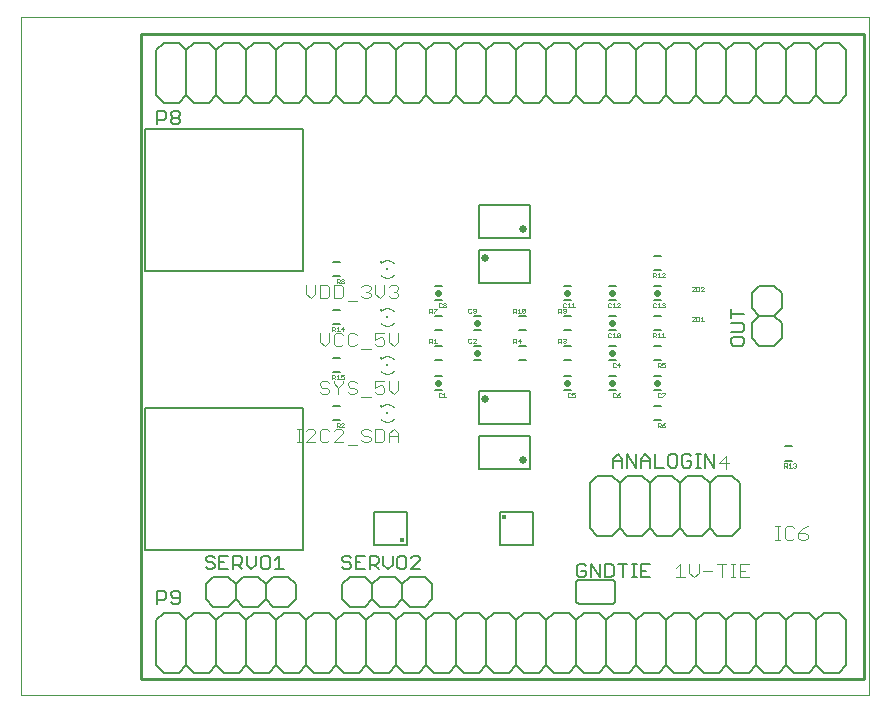
<source format=gto>
G75*
%MOIN*%
%OFA0B0*%
%FSLAX25Y25*%
%IPPOS*%
%LPD*%
%AMOC8*
5,1,8,0,0,1.08239X$1,22.5*
%
%ADD10C,0.00000*%
%ADD11C,0.01000*%
%ADD12C,0.00400*%
%ADD13C,0.00600*%
%ADD14C,0.00100*%
%ADD15C,0.02200*%
%ADD16C,0.00800*%
%ADD17C,0.02559*%
%ADD18C,0.00500*%
%ADD19R,0.03937X0.00394*%
%ADD20C,0.01575*%
%ADD21R,0.00787X0.00787*%
%ADD22R,0.00591X0.00984*%
D10*
X0001000Y0003300D02*
X0001000Y0229261D01*
X0283701Y0229261D01*
X0283701Y0003300D01*
X0001000Y0003300D01*
D11*
X0041000Y0008800D02*
X0041000Y0223800D01*
X0282000Y0223800D01*
X0282000Y0008800D01*
X0041000Y0008800D01*
D12*
X0109784Y0086733D02*
X0112854Y0086733D01*
X0114388Y0088267D02*
X0115155Y0087500D01*
X0116690Y0087500D01*
X0117457Y0088267D01*
X0117457Y0089035D01*
X0116690Y0089802D01*
X0115155Y0089802D01*
X0114388Y0090569D01*
X0114388Y0091337D01*
X0115155Y0092104D01*
X0116690Y0092104D01*
X0117457Y0091337D01*
X0118992Y0092104D02*
X0118992Y0087500D01*
X0121294Y0087500D01*
X0122061Y0088267D01*
X0122061Y0091337D01*
X0121294Y0092104D01*
X0118992Y0092104D01*
X0123596Y0090569D02*
X0123596Y0087500D01*
X0123596Y0089802D02*
X0126665Y0089802D01*
X0126665Y0090569D02*
X0126665Y0087500D01*
X0126665Y0090569D02*
X0125131Y0092104D01*
X0123596Y0090569D01*
X0125165Y0095332D02*
X0125092Y0095255D01*
X0125017Y0095180D01*
X0124939Y0095109D01*
X0124858Y0095040D01*
X0124775Y0094974D01*
X0124690Y0094911D01*
X0124602Y0094852D01*
X0124513Y0094795D01*
X0124421Y0094742D01*
X0124327Y0094692D01*
X0124232Y0094646D01*
X0124135Y0094603D01*
X0124037Y0094564D01*
X0123937Y0094528D01*
X0123836Y0094496D01*
X0123734Y0094468D01*
X0123631Y0094443D01*
X0123527Y0094422D01*
X0123422Y0094405D01*
X0123317Y0094391D01*
X0123212Y0094382D01*
X0123106Y0094376D01*
X0123000Y0094374D01*
X0122894Y0094376D01*
X0122788Y0094382D01*
X0122683Y0094391D01*
X0122578Y0094405D01*
X0122473Y0094422D01*
X0122369Y0094443D01*
X0122266Y0094468D01*
X0122164Y0094496D01*
X0122063Y0094528D01*
X0121963Y0094564D01*
X0121865Y0094603D01*
X0121768Y0094646D01*
X0121673Y0094692D01*
X0121579Y0094742D01*
X0121487Y0094795D01*
X0121398Y0094852D01*
X0121310Y0094911D01*
X0121225Y0094974D01*
X0121142Y0095040D01*
X0121061Y0095109D01*
X0120983Y0095180D01*
X0120908Y0095255D01*
X0120835Y0095332D01*
X0120835Y0099268D02*
X0120908Y0099345D01*
X0120983Y0099420D01*
X0121061Y0099491D01*
X0121142Y0099560D01*
X0121225Y0099626D01*
X0121310Y0099689D01*
X0121398Y0099748D01*
X0121487Y0099805D01*
X0121579Y0099858D01*
X0121673Y0099908D01*
X0121768Y0099954D01*
X0121865Y0099997D01*
X0121963Y0100036D01*
X0122063Y0100072D01*
X0122164Y0100104D01*
X0122266Y0100132D01*
X0122369Y0100157D01*
X0122473Y0100178D01*
X0122578Y0100195D01*
X0122683Y0100209D01*
X0122788Y0100218D01*
X0122894Y0100224D01*
X0123000Y0100226D01*
X0123106Y0100224D01*
X0123212Y0100218D01*
X0123317Y0100209D01*
X0123422Y0100195D01*
X0123527Y0100178D01*
X0123631Y0100157D01*
X0123734Y0100132D01*
X0123836Y0100104D01*
X0123937Y0100072D01*
X0124037Y0100036D01*
X0124135Y0099997D01*
X0124232Y0099954D01*
X0124327Y0099908D01*
X0124421Y0099858D01*
X0124513Y0099805D01*
X0124602Y0099748D01*
X0124690Y0099689D01*
X0124775Y0099626D01*
X0124858Y0099560D01*
X0124939Y0099491D01*
X0125017Y0099420D01*
X0125092Y0099345D01*
X0125165Y0099268D01*
X0125131Y0103500D02*
X0126665Y0105035D01*
X0126665Y0108104D01*
X0123596Y0108104D02*
X0123596Y0105035D01*
X0125131Y0103500D01*
X0122061Y0104267D02*
X0121294Y0103500D01*
X0119759Y0103500D01*
X0118992Y0104267D01*
X0118992Y0105802D02*
X0120527Y0106569D01*
X0121294Y0106569D01*
X0122061Y0105802D01*
X0122061Y0104267D01*
X0118992Y0105802D02*
X0118992Y0108104D01*
X0122061Y0108104D01*
X0117457Y0102733D02*
X0114388Y0102733D01*
X0112854Y0104267D02*
X0112086Y0103500D01*
X0110552Y0103500D01*
X0109784Y0104267D01*
X0110552Y0105802D02*
X0112086Y0105802D01*
X0112854Y0105035D01*
X0112854Y0104267D01*
X0110552Y0105802D02*
X0109784Y0106569D01*
X0109784Y0107337D01*
X0110552Y0108104D01*
X0112086Y0108104D01*
X0112854Y0107337D01*
X0108250Y0107337D02*
X0106715Y0105802D01*
X0106715Y0103500D01*
X0106715Y0105802D02*
X0105180Y0107337D01*
X0105180Y0108104D01*
X0103646Y0107337D02*
X0102878Y0108104D01*
X0101344Y0108104D01*
X0100576Y0107337D01*
X0100576Y0106569D01*
X0101344Y0105802D01*
X0102878Y0105802D01*
X0103646Y0105035D01*
X0103646Y0104267D01*
X0102878Y0103500D01*
X0101344Y0103500D01*
X0100576Y0104267D01*
X0108250Y0107337D02*
X0108250Y0108104D01*
X0107482Y0119500D02*
X0108250Y0120267D01*
X0107482Y0119500D02*
X0105948Y0119500D01*
X0105180Y0120267D01*
X0105180Y0123337D01*
X0105948Y0124104D01*
X0107482Y0124104D01*
X0108250Y0123337D01*
X0109784Y0123337D02*
X0109784Y0120267D01*
X0110552Y0119500D01*
X0112086Y0119500D01*
X0112854Y0120267D01*
X0114388Y0118733D02*
X0117457Y0118733D01*
X0118992Y0120267D02*
X0119759Y0119500D01*
X0121294Y0119500D01*
X0122061Y0120267D01*
X0122061Y0121802D01*
X0121294Y0122569D01*
X0120527Y0122569D01*
X0118992Y0121802D01*
X0118992Y0124104D01*
X0122061Y0124104D01*
X0123596Y0124104D02*
X0123596Y0121035D01*
X0125131Y0119500D01*
X0126665Y0121035D01*
X0126665Y0124104D01*
X0125165Y0127332D02*
X0125092Y0127255D01*
X0125017Y0127180D01*
X0124939Y0127109D01*
X0124858Y0127040D01*
X0124775Y0126974D01*
X0124690Y0126911D01*
X0124602Y0126852D01*
X0124513Y0126795D01*
X0124421Y0126742D01*
X0124327Y0126692D01*
X0124232Y0126646D01*
X0124135Y0126603D01*
X0124037Y0126564D01*
X0123937Y0126528D01*
X0123836Y0126496D01*
X0123734Y0126468D01*
X0123631Y0126443D01*
X0123527Y0126422D01*
X0123422Y0126405D01*
X0123317Y0126391D01*
X0123212Y0126382D01*
X0123106Y0126376D01*
X0123000Y0126374D01*
X0122894Y0126376D01*
X0122788Y0126382D01*
X0122683Y0126391D01*
X0122578Y0126405D01*
X0122473Y0126422D01*
X0122369Y0126443D01*
X0122266Y0126468D01*
X0122164Y0126496D01*
X0122063Y0126528D01*
X0121963Y0126564D01*
X0121865Y0126603D01*
X0121768Y0126646D01*
X0121673Y0126692D01*
X0121579Y0126742D01*
X0121487Y0126795D01*
X0121398Y0126852D01*
X0121310Y0126911D01*
X0121225Y0126974D01*
X0121142Y0127040D01*
X0121061Y0127109D01*
X0120983Y0127180D01*
X0120908Y0127255D01*
X0120835Y0127332D01*
X0120835Y0131268D02*
X0120908Y0131345D01*
X0120983Y0131420D01*
X0121061Y0131491D01*
X0121142Y0131560D01*
X0121225Y0131626D01*
X0121310Y0131689D01*
X0121398Y0131748D01*
X0121487Y0131805D01*
X0121579Y0131858D01*
X0121673Y0131908D01*
X0121768Y0131954D01*
X0121865Y0131997D01*
X0121963Y0132036D01*
X0122063Y0132072D01*
X0122164Y0132104D01*
X0122266Y0132132D01*
X0122369Y0132157D01*
X0122473Y0132178D01*
X0122578Y0132195D01*
X0122683Y0132209D01*
X0122788Y0132218D01*
X0122894Y0132224D01*
X0123000Y0132226D01*
X0123106Y0132224D01*
X0123212Y0132218D01*
X0123317Y0132209D01*
X0123422Y0132195D01*
X0123527Y0132178D01*
X0123631Y0132157D01*
X0123734Y0132132D01*
X0123836Y0132104D01*
X0123937Y0132072D01*
X0124037Y0132036D01*
X0124135Y0131997D01*
X0124232Y0131954D01*
X0124327Y0131908D01*
X0124421Y0131858D01*
X0124513Y0131805D01*
X0124602Y0131748D01*
X0124690Y0131689D01*
X0124775Y0131626D01*
X0124858Y0131560D01*
X0124939Y0131491D01*
X0125017Y0131420D01*
X0125092Y0131345D01*
X0125165Y0131268D01*
X0125898Y0135500D02*
X0124363Y0135500D01*
X0123596Y0136267D01*
X0122061Y0137035D02*
X0120527Y0135500D01*
X0118992Y0137035D01*
X0118992Y0140104D01*
X0117457Y0139337D02*
X0117457Y0138569D01*
X0116690Y0137802D01*
X0117457Y0137035D01*
X0117457Y0136267D01*
X0116690Y0135500D01*
X0115155Y0135500D01*
X0114388Y0136267D01*
X0112854Y0134733D02*
X0109784Y0134733D01*
X0108250Y0136267D02*
X0108250Y0139337D01*
X0107482Y0140104D01*
X0105180Y0140104D01*
X0105180Y0135500D01*
X0107482Y0135500D01*
X0108250Y0136267D01*
X0103646Y0136267D02*
X0102878Y0135500D01*
X0100576Y0135500D01*
X0100576Y0140104D01*
X0102878Y0140104D01*
X0103646Y0139337D01*
X0103646Y0136267D01*
X0099042Y0137035D02*
X0097507Y0135500D01*
X0095972Y0137035D01*
X0095972Y0140104D01*
X0099042Y0140104D02*
X0099042Y0137035D01*
X0100576Y0124104D02*
X0100576Y0121035D01*
X0102111Y0119500D01*
X0103646Y0121035D01*
X0103646Y0124104D01*
X0109784Y0123337D02*
X0110552Y0124104D01*
X0112086Y0124104D01*
X0112854Y0123337D01*
X0120835Y0111332D02*
X0120908Y0111255D01*
X0120983Y0111180D01*
X0121061Y0111109D01*
X0121142Y0111040D01*
X0121225Y0110974D01*
X0121310Y0110911D01*
X0121398Y0110852D01*
X0121487Y0110795D01*
X0121579Y0110742D01*
X0121673Y0110692D01*
X0121768Y0110646D01*
X0121865Y0110603D01*
X0121963Y0110564D01*
X0122063Y0110528D01*
X0122164Y0110496D01*
X0122266Y0110468D01*
X0122369Y0110443D01*
X0122473Y0110422D01*
X0122578Y0110405D01*
X0122683Y0110391D01*
X0122788Y0110382D01*
X0122894Y0110376D01*
X0123000Y0110374D01*
X0123106Y0110376D01*
X0123212Y0110382D01*
X0123317Y0110391D01*
X0123422Y0110405D01*
X0123527Y0110422D01*
X0123631Y0110443D01*
X0123734Y0110468D01*
X0123836Y0110496D01*
X0123937Y0110528D01*
X0124037Y0110564D01*
X0124135Y0110603D01*
X0124232Y0110646D01*
X0124327Y0110692D01*
X0124421Y0110742D01*
X0124513Y0110795D01*
X0124602Y0110852D01*
X0124690Y0110911D01*
X0124775Y0110974D01*
X0124858Y0111040D01*
X0124939Y0111109D01*
X0125017Y0111180D01*
X0125092Y0111255D01*
X0125165Y0111332D01*
X0125165Y0115268D02*
X0125092Y0115345D01*
X0125017Y0115420D01*
X0124939Y0115491D01*
X0124858Y0115560D01*
X0124775Y0115626D01*
X0124690Y0115689D01*
X0124602Y0115748D01*
X0124513Y0115805D01*
X0124421Y0115858D01*
X0124327Y0115908D01*
X0124232Y0115954D01*
X0124135Y0115997D01*
X0124037Y0116036D01*
X0123937Y0116072D01*
X0123836Y0116104D01*
X0123734Y0116132D01*
X0123631Y0116157D01*
X0123527Y0116178D01*
X0123422Y0116195D01*
X0123317Y0116209D01*
X0123212Y0116218D01*
X0123106Y0116224D01*
X0123000Y0116226D01*
X0122894Y0116224D01*
X0122788Y0116218D01*
X0122683Y0116209D01*
X0122578Y0116195D01*
X0122473Y0116178D01*
X0122369Y0116157D01*
X0122266Y0116132D01*
X0122164Y0116104D01*
X0122063Y0116072D01*
X0121963Y0116036D01*
X0121865Y0115997D01*
X0121768Y0115954D01*
X0121673Y0115908D01*
X0121579Y0115858D01*
X0121487Y0115805D01*
X0121398Y0115748D01*
X0121310Y0115689D01*
X0121225Y0115626D01*
X0121142Y0115560D01*
X0121061Y0115491D01*
X0120983Y0115420D01*
X0120908Y0115345D01*
X0120835Y0115268D01*
X0125898Y0135500D02*
X0126665Y0136267D01*
X0126665Y0137035D01*
X0125898Y0137802D01*
X0125131Y0137802D01*
X0125898Y0137802D02*
X0126665Y0138569D01*
X0126665Y0139337D01*
X0125898Y0140104D01*
X0124363Y0140104D01*
X0123596Y0139337D01*
X0122061Y0140104D02*
X0122061Y0137035D01*
X0117457Y0139337D02*
X0116690Y0140104D01*
X0115155Y0140104D01*
X0114388Y0139337D01*
X0115923Y0137802D02*
X0116690Y0137802D01*
X0120835Y0143332D02*
X0120908Y0143255D01*
X0120983Y0143180D01*
X0121061Y0143109D01*
X0121142Y0143040D01*
X0121225Y0142974D01*
X0121310Y0142911D01*
X0121398Y0142852D01*
X0121487Y0142795D01*
X0121579Y0142742D01*
X0121673Y0142692D01*
X0121768Y0142646D01*
X0121865Y0142603D01*
X0121963Y0142564D01*
X0122063Y0142528D01*
X0122164Y0142496D01*
X0122266Y0142468D01*
X0122369Y0142443D01*
X0122473Y0142422D01*
X0122578Y0142405D01*
X0122683Y0142391D01*
X0122788Y0142382D01*
X0122894Y0142376D01*
X0123000Y0142374D01*
X0123106Y0142376D01*
X0123212Y0142382D01*
X0123317Y0142391D01*
X0123422Y0142405D01*
X0123527Y0142422D01*
X0123631Y0142443D01*
X0123734Y0142468D01*
X0123836Y0142496D01*
X0123937Y0142528D01*
X0124037Y0142564D01*
X0124135Y0142603D01*
X0124232Y0142646D01*
X0124327Y0142692D01*
X0124421Y0142742D01*
X0124513Y0142795D01*
X0124602Y0142852D01*
X0124690Y0142911D01*
X0124775Y0142974D01*
X0124858Y0143040D01*
X0124939Y0143109D01*
X0125017Y0143180D01*
X0125092Y0143255D01*
X0125165Y0143332D01*
X0125165Y0147268D02*
X0125092Y0147345D01*
X0125017Y0147420D01*
X0124939Y0147491D01*
X0124858Y0147560D01*
X0124775Y0147626D01*
X0124690Y0147689D01*
X0124602Y0147748D01*
X0124513Y0147805D01*
X0124421Y0147858D01*
X0124327Y0147908D01*
X0124232Y0147954D01*
X0124135Y0147997D01*
X0124037Y0148036D01*
X0123937Y0148072D01*
X0123836Y0148104D01*
X0123734Y0148132D01*
X0123631Y0148157D01*
X0123527Y0148178D01*
X0123422Y0148195D01*
X0123317Y0148209D01*
X0123212Y0148218D01*
X0123106Y0148224D01*
X0123000Y0148226D01*
X0122894Y0148224D01*
X0122788Y0148218D01*
X0122683Y0148209D01*
X0122578Y0148195D01*
X0122473Y0148178D01*
X0122369Y0148157D01*
X0122266Y0148132D01*
X0122164Y0148104D01*
X0122063Y0148072D01*
X0121963Y0148036D01*
X0121865Y0147997D01*
X0121768Y0147954D01*
X0121673Y0147908D01*
X0121579Y0147858D01*
X0121487Y0147805D01*
X0121398Y0147748D01*
X0121310Y0147689D01*
X0121225Y0147626D01*
X0121142Y0147560D01*
X0121061Y0147491D01*
X0120983Y0147420D01*
X0120908Y0147345D01*
X0120835Y0147268D01*
X0107482Y0092104D02*
X0105948Y0092104D01*
X0105180Y0091337D01*
X0103646Y0091337D02*
X0102878Y0092104D01*
X0101344Y0092104D01*
X0100576Y0091337D01*
X0100576Y0088267D01*
X0101344Y0087500D01*
X0102878Y0087500D01*
X0103646Y0088267D01*
X0105180Y0087500D02*
X0108250Y0090569D01*
X0108250Y0091337D01*
X0107482Y0092104D01*
X0108250Y0087500D02*
X0105180Y0087500D01*
X0099042Y0087500D02*
X0095972Y0087500D01*
X0099042Y0090569D01*
X0099042Y0091337D01*
X0098274Y0092104D01*
X0096740Y0092104D01*
X0095972Y0091337D01*
X0094438Y0092104D02*
X0092903Y0092104D01*
X0093670Y0092104D02*
X0093670Y0087500D01*
X0092903Y0087500D02*
X0094438Y0087500D01*
X0219111Y0045569D02*
X0220646Y0047104D01*
X0220646Y0042500D01*
X0222180Y0042500D02*
X0219111Y0042500D01*
X0223715Y0044035D02*
X0223715Y0047104D01*
X0226784Y0047104D02*
X0226784Y0044035D01*
X0225250Y0042500D01*
X0223715Y0044035D01*
X0228319Y0044802D02*
X0231388Y0044802D01*
X0232923Y0047104D02*
X0235992Y0047104D01*
X0234457Y0047104D02*
X0234457Y0042500D01*
X0237527Y0042500D02*
X0239061Y0042500D01*
X0238294Y0042500D02*
X0238294Y0047104D01*
X0237527Y0047104D02*
X0239061Y0047104D01*
X0240596Y0047104D02*
X0240596Y0042500D01*
X0243665Y0042500D01*
X0242131Y0044802D02*
X0240596Y0044802D01*
X0240596Y0047104D02*
X0243665Y0047104D01*
X0252423Y0055000D02*
X0253957Y0055000D01*
X0253190Y0055000D02*
X0253190Y0059604D01*
X0252423Y0059604D02*
X0253957Y0059604D01*
X0255492Y0058837D02*
X0255492Y0055767D01*
X0256259Y0055000D01*
X0257794Y0055000D01*
X0258561Y0055767D01*
X0260096Y0055767D02*
X0260863Y0055000D01*
X0262398Y0055000D01*
X0263165Y0055767D01*
X0263165Y0056535D01*
X0262398Y0057302D01*
X0260096Y0057302D01*
X0260096Y0055767D01*
X0260096Y0057302D02*
X0261631Y0058837D01*
X0263165Y0059604D01*
X0258561Y0058837D02*
X0257794Y0059604D01*
X0256259Y0059604D01*
X0255492Y0058837D01*
X0236002Y0078500D02*
X0236002Y0083104D01*
X0233700Y0080802D01*
X0236769Y0080802D01*
D13*
X0238075Y0076371D02*
X0233075Y0076371D01*
X0230575Y0073871D01*
X0230575Y0058871D01*
X0233075Y0056371D01*
X0238075Y0056371D01*
X0240575Y0058871D01*
X0240575Y0073871D01*
X0238075Y0076371D01*
X0230575Y0073871D02*
X0228075Y0076371D01*
X0223075Y0076371D01*
X0220575Y0073871D01*
X0220575Y0058871D01*
X0223075Y0056371D01*
X0228075Y0056371D01*
X0230575Y0058871D01*
X0220575Y0058871D02*
X0218075Y0056371D01*
X0213075Y0056371D01*
X0210575Y0058871D01*
X0210575Y0073871D01*
X0213075Y0076371D01*
X0218075Y0076371D01*
X0220575Y0073871D01*
X0210575Y0073871D02*
X0208075Y0076371D01*
X0203075Y0076371D01*
X0200575Y0073871D01*
X0200575Y0058871D01*
X0203075Y0056371D01*
X0208075Y0056371D01*
X0210575Y0058871D01*
X0200575Y0058871D02*
X0198075Y0056371D01*
X0193075Y0056371D01*
X0190575Y0058871D01*
X0190575Y0073871D01*
X0193075Y0076371D01*
X0198075Y0076371D01*
X0200575Y0073871D01*
X0211819Y0094938D02*
X0214181Y0094938D01*
X0214181Y0099662D02*
X0211819Y0099662D01*
X0211819Y0104938D02*
X0214181Y0104938D01*
X0214181Y0109662D02*
X0211819Y0109662D01*
X0211819Y0114938D02*
X0214181Y0114938D01*
X0214181Y0119662D02*
X0211819Y0119662D01*
X0211819Y0124938D02*
X0214181Y0124938D01*
X0214181Y0129662D02*
X0211819Y0129662D01*
X0211819Y0134938D02*
X0214181Y0134938D01*
X0214181Y0139662D02*
X0211819Y0139662D01*
X0211819Y0144938D02*
X0214181Y0144938D01*
X0214181Y0149662D02*
X0211819Y0149662D01*
X0199181Y0139662D02*
X0196819Y0139662D01*
X0196819Y0134938D02*
X0199181Y0134938D01*
X0199181Y0129662D02*
X0196819Y0129662D01*
X0196819Y0124938D02*
X0199181Y0124938D01*
X0199181Y0119662D02*
X0196819Y0119662D01*
X0196819Y0114938D02*
X0199181Y0114938D01*
X0199181Y0109662D02*
X0196819Y0109662D01*
X0196819Y0104938D02*
X0199181Y0104938D01*
X0184181Y0104938D02*
X0181819Y0104938D01*
X0181819Y0109662D02*
X0184181Y0109662D01*
X0184181Y0114938D02*
X0181819Y0114938D01*
X0181819Y0119662D02*
X0184181Y0119662D01*
X0184181Y0124938D02*
X0181819Y0124938D01*
X0181819Y0129662D02*
X0184181Y0129662D01*
X0184181Y0134938D02*
X0181819Y0134938D01*
X0181819Y0139662D02*
X0184181Y0139662D01*
X0169181Y0129662D02*
X0166819Y0129662D01*
X0166819Y0124938D02*
X0169181Y0124938D01*
X0169181Y0119662D02*
X0166819Y0119662D01*
X0166819Y0114938D02*
X0169181Y0114938D01*
X0154181Y0114938D02*
X0151819Y0114938D01*
X0151819Y0119662D02*
X0154181Y0119662D01*
X0154181Y0124938D02*
X0151819Y0124938D01*
X0151819Y0129662D02*
X0154181Y0129662D01*
X0141181Y0129662D02*
X0138819Y0129662D01*
X0138819Y0124938D02*
X0141181Y0124938D01*
X0141181Y0119662D02*
X0138819Y0119662D01*
X0138819Y0114938D02*
X0141181Y0114938D01*
X0141181Y0109662D02*
X0138819Y0109662D01*
X0138819Y0104938D02*
X0141181Y0104938D01*
X0107181Y0099662D02*
X0104819Y0099662D01*
X0104819Y0094938D02*
X0107181Y0094938D01*
X0107181Y0110938D02*
X0104819Y0110938D01*
X0104819Y0115662D02*
X0107181Y0115662D01*
X0107181Y0126938D02*
X0104819Y0126938D01*
X0104819Y0131662D02*
X0107181Y0131662D01*
X0107181Y0142938D02*
X0104819Y0142938D01*
X0104819Y0147662D02*
X0107181Y0147662D01*
X0138819Y0139662D02*
X0141181Y0139662D01*
X0141181Y0134938D02*
X0138819Y0134938D01*
X0138500Y0200800D02*
X0136000Y0203300D01*
X0136000Y0218300D01*
X0138500Y0220800D01*
X0143500Y0220800D01*
X0146000Y0218300D01*
X0146000Y0203300D01*
X0143500Y0200800D01*
X0138500Y0200800D01*
X0136000Y0203300D02*
X0133500Y0200800D01*
X0128500Y0200800D01*
X0126000Y0203300D01*
X0126000Y0218300D01*
X0128500Y0220800D01*
X0133500Y0220800D01*
X0136000Y0218300D01*
X0126000Y0218300D02*
X0123500Y0220800D01*
X0118500Y0220800D01*
X0116000Y0218300D01*
X0116000Y0203300D01*
X0113500Y0200800D01*
X0108500Y0200800D01*
X0106000Y0203300D01*
X0106000Y0218300D01*
X0108500Y0220800D01*
X0113500Y0220800D01*
X0116000Y0218300D01*
X0106000Y0218300D02*
X0103500Y0220800D01*
X0098500Y0220800D01*
X0096000Y0218300D01*
X0096000Y0203300D01*
X0098500Y0200800D01*
X0103500Y0200800D01*
X0106000Y0203300D01*
X0116000Y0203300D02*
X0118500Y0200800D01*
X0123500Y0200800D01*
X0126000Y0203300D01*
X0146000Y0203300D02*
X0148500Y0200800D01*
X0153500Y0200800D01*
X0156000Y0203300D01*
X0156000Y0218300D01*
X0158500Y0220800D01*
X0163500Y0220800D01*
X0166000Y0218300D01*
X0166000Y0203300D01*
X0163500Y0200800D01*
X0158500Y0200800D01*
X0156000Y0203300D01*
X0166000Y0203300D02*
X0168500Y0200800D01*
X0173500Y0200800D01*
X0176000Y0203300D01*
X0176000Y0218300D01*
X0178500Y0220800D01*
X0183500Y0220800D01*
X0186000Y0218300D01*
X0186000Y0203300D01*
X0183500Y0200800D01*
X0178500Y0200800D01*
X0176000Y0203300D01*
X0186000Y0203300D02*
X0188500Y0200800D01*
X0193500Y0200800D01*
X0196000Y0203300D01*
X0196000Y0218300D01*
X0198500Y0220800D01*
X0203500Y0220800D01*
X0206000Y0218300D01*
X0206000Y0203300D01*
X0203500Y0200800D01*
X0198500Y0200800D01*
X0196000Y0203300D01*
X0206000Y0203300D02*
X0208500Y0200800D01*
X0213500Y0200800D01*
X0216000Y0203300D01*
X0216000Y0218300D01*
X0218500Y0220800D01*
X0223500Y0220800D01*
X0226000Y0218300D01*
X0226000Y0203300D01*
X0223500Y0200800D01*
X0218500Y0200800D01*
X0216000Y0203300D01*
X0226000Y0203300D02*
X0228500Y0200800D01*
X0233500Y0200800D01*
X0236000Y0203300D01*
X0238500Y0200800D01*
X0243500Y0200800D01*
X0246000Y0203300D01*
X0248500Y0200800D01*
X0253500Y0200800D01*
X0256000Y0203300D01*
X0258500Y0200800D01*
X0263500Y0200800D01*
X0266000Y0203300D01*
X0268500Y0200800D01*
X0273500Y0200800D01*
X0276000Y0203300D01*
X0276000Y0218300D01*
X0273500Y0220800D01*
X0268500Y0220800D01*
X0266000Y0218300D01*
X0266000Y0203300D01*
X0256000Y0203300D02*
X0256000Y0218300D01*
X0258500Y0220800D01*
X0263500Y0220800D01*
X0266000Y0218300D01*
X0256000Y0218300D02*
X0253500Y0220800D01*
X0248500Y0220800D01*
X0246000Y0218300D01*
X0246000Y0203300D01*
X0236000Y0203300D02*
X0236000Y0218300D01*
X0238500Y0220800D01*
X0243500Y0220800D01*
X0246000Y0218300D01*
X0236000Y0218300D02*
X0233500Y0220800D01*
X0228500Y0220800D01*
X0226000Y0218300D01*
X0216000Y0218300D02*
X0213500Y0220800D01*
X0208500Y0220800D01*
X0206000Y0218300D01*
X0196000Y0218300D02*
X0193500Y0220800D01*
X0188500Y0220800D01*
X0186000Y0218300D01*
X0176000Y0218300D02*
X0173500Y0220800D01*
X0168500Y0220800D01*
X0166000Y0218300D01*
X0156000Y0218300D02*
X0153500Y0220800D01*
X0148500Y0220800D01*
X0146000Y0218300D01*
X0096000Y0218300D02*
X0093500Y0220800D01*
X0088500Y0220800D01*
X0086000Y0218300D01*
X0086000Y0203300D01*
X0088500Y0200800D01*
X0093500Y0200800D01*
X0096000Y0203300D01*
X0086000Y0203300D02*
X0083500Y0200800D01*
X0078500Y0200800D01*
X0076000Y0203300D01*
X0076000Y0218300D01*
X0078500Y0220800D01*
X0083500Y0220800D01*
X0086000Y0218300D01*
X0076000Y0218300D02*
X0073500Y0220800D01*
X0068500Y0220800D01*
X0066000Y0218300D01*
X0066000Y0203300D01*
X0068500Y0200800D01*
X0073500Y0200800D01*
X0076000Y0203300D01*
X0066000Y0203300D02*
X0063500Y0200800D01*
X0058500Y0200800D01*
X0056000Y0203300D01*
X0056000Y0218300D01*
X0058500Y0220800D01*
X0063500Y0220800D01*
X0066000Y0218300D01*
X0056000Y0218300D02*
X0053500Y0220800D01*
X0048500Y0220800D01*
X0046000Y0218300D01*
X0046000Y0203300D01*
X0048500Y0200800D01*
X0053500Y0200800D01*
X0056000Y0203300D01*
X0244500Y0137300D02*
X0244500Y0132300D01*
X0247000Y0129800D01*
X0252000Y0129800D01*
X0254500Y0132300D01*
X0254500Y0137300D01*
X0252000Y0139800D01*
X0247000Y0139800D01*
X0244500Y0137300D01*
X0247000Y0129800D02*
X0244500Y0127300D01*
X0244500Y0122300D01*
X0247000Y0119800D01*
X0252000Y0119800D01*
X0254500Y0122300D01*
X0254500Y0127300D01*
X0252000Y0129800D01*
X0255569Y0086162D02*
X0257931Y0086162D01*
X0257931Y0081438D02*
X0255569Y0081438D01*
X0199000Y0040800D02*
X0199000Y0034800D01*
X0198998Y0034740D01*
X0198993Y0034679D01*
X0198984Y0034620D01*
X0198971Y0034561D01*
X0198955Y0034502D01*
X0198935Y0034445D01*
X0198912Y0034390D01*
X0198885Y0034335D01*
X0198856Y0034283D01*
X0198823Y0034232D01*
X0198787Y0034183D01*
X0198749Y0034137D01*
X0198707Y0034093D01*
X0198663Y0034051D01*
X0198617Y0034013D01*
X0198568Y0033977D01*
X0198517Y0033944D01*
X0198465Y0033915D01*
X0198410Y0033888D01*
X0198355Y0033865D01*
X0198298Y0033845D01*
X0198239Y0033829D01*
X0198180Y0033816D01*
X0198121Y0033807D01*
X0198060Y0033802D01*
X0198000Y0033800D01*
X0187000Y0033800D01*
X0186940Y0033802D01*
X0186879Y0033807D01*
X0186820Y0033816D01*
X0186761Y0033829D01*
X0186702Y0033845D01*
X0186645Y0033865D01*
X0186590Y0033888D01*
X0186535Y0033915D01*
X0186483Y0033944D01*
X0186432Y0033977D01*
X0186383Y0034013D01*
X0186337Y0034051D01*
X0186293Y0034093D01*
X0186251Y0034137D01*
X0186213Y0034183D01*
X0186177Y0034232D01*
X0186144Y0034283D01*
X0186115Y0034335D01*
X0186088Y0034390D01*
X0186065Y0034445D01*
X0186045Y0034502D01*
X0186029Y0034561D01*
X0186016Y0034620D01*
X0186007Y0034679D01*
X0186002Y0034740D01*
X0186000Y0034800D01*
X0186000Y0040800D01*
X0186002Y0040860D01*
X0186007Y0040921D01*
X0186016Y0040980D01*
X0186029Y0041039D01*
X0186045Y0041098D01*
X0186065Y0041155D01*
X0186088Y0041210D01*
X0186115Y0041265D01*
X0186144Y0041317D01*
X0186177Y0041368D01*
X0186213Y0041417D01*
X0186251Y0041463D01*
X0186293Y0041507D01*
X0186337Y0041549D01*
X0186383Y0041587D01*
X0186432Y0041623D01*
X0186483Y0041656D01*
X0186535Y0041685D01*
X0186590Y0041712D01*
X0186645Y0041735D01*
X0186702Y0041755D01*
X0186761Y0041771D01*
X0186820Y0041784D01*
X0186879Y0041793D01*
X0186940Y0041798D01*
X0187000Y0041800D01*
X0198000Y0041800D01*
X0198060Y0041798D01*
X0198121Y0041793D01*
X0198180Y0041784D01*
X0198239Y0041771D01*
X0198298Y0041755D01*
X0198355Y0041735D01*
X0198410Y0041712D01*
X0198465Y0041685D01*
X0198517Y0041656D01*
X0198568Y0041623D01*
X0198617Y0041587D01*
X0198663Y0041549D01*
X0198707Y0041507D01*
X0198749Y0041463D01*
X0198787Y0041417D01*
X0198823Y0041368D01*
X0198856Y0041317D01*
X0198885Y0041265D01*
X0198912Y0041210D01*
X0198935Y0041155D01*
X0198955Y0041098D01*
X0198971Y0041039D01*
X0198984Y0040980D01*
X0198993Y0040921D01*
X0198998Y0040860D01*
X0199000Y0040800D01*
X0198500Y0030800D02*
X0203500Y0030800D01*
X0206000Y0028300D01*
X0206000Y0013300D01*
X0203500Y0010800D01*
X0198500Y0010800D01*
X0196000Y0013300D01*
X0196000Y0028300D01*
X0198500Y0030800D01*
X0196000Y0028300D02*
X0193500Y0030800D01*
X0188500Y0030800D01*
X0186000Y0028300D01*
X0186000Y0013300D01*
X0183500Y0010800D01*
X0178500Y0010800D01*
X0176000Y0013300D01*
X0176000Y0028300D01*
X0178500Y0030800D01*
X0183500Y0030800D01*
X0186000Y0028300D01*
X0176000Y0028300D02*
X0173500Y0030800D01*
X0168500Y0030800D01*
X0166000Y0028300D01*
X0166000Y0013300D01*
X0163500Y0010800D01*
X0158500Y0010800D01*
X0156000Y0013300D01*
X0156000Y0028300D01*
X0158500Y0030800D01*
X0163500Y0030800D01*
X0166000Y0028300D01*
X0156000Y0028300D02*
X0153500Y0030800D01*
X0148500Y0030800D01*
X0146000Y0028300D01*
X0146000Y0013300D01*
X0143500Y0010800D01*
X0138500Y0010800D01*
X0136000Y0013300D01*
X0136000Y0028300D01*
X0138500Y0030800D01*
X0143500Y0030800D01*
X0146000Y0028300D01*
X0136000Y0028300D02*
X0133500Y0030800D01*
X0128500Y0030800D01*
X0126000Y0028300D01*
X0126000Y0013300D01*
X0123500Y0010800D01*
X0118500Y0010800D01*
X0116000Y0013300D01*
X0116000Y0028300D01*
X0118500Y0030800D01*
X0123500Y0030800D01*
X0126000Y0028300D01*
X0125500Y0032800D02*
X0120500Y0032800D01*
X0118000Y0035300D01*
X0115500Y0032800D01*
X0110500Y0032800D01*
X0108000Y0035300D01*
X0108000Y0040300D01*
X0110500Y0042800D01*
X0115500Y0042800D01*
X0118000Y0040300D01*
X0120500Y0042800D01*
X0125500Y0042800D01*
X0128000Y0040300D01*
X0130500Y0042800D01*
X0135500Y0042800D01*
X0138000Y0040300D01*
X0138000Y0035300D01*
X0135500Y0032800D01*
X0130500Y0032800D01*
X0128000Y0035300D01*
X0125500Y0032800D01*
X0128000Y0035300D02*
X0128000Y0040300D01*
X0118000Y0040300D02*
X0118000Y0035300D01*
X0113500Y0030800D02*
X0116000Y0028300D01*
X0113500Y0030800D02*
X0108500Y0030800D01*
X0106000Y0028300D01*
X0106000Y0013300D01*
X0108500Y0010800D01*
X0113500Y0010800D01*
X0116000Y0013300D01*
X0106000Y0013300D02*
X0103500Y0010800D01*
X0098500Y0010800D01*
X0096000Y0013300D01*
X0096000Y0028300D01*
X0098500Y0030800D01*
X0103500Y0030800D01*
X0106000Y0028300D01*
X0096000Y0028300D02*
X0093500Y0030800D01*
X0088500Y0030800D01*
X0086000Y0028300D01*
X0086000Y0013300D01*
X0088500Y0010800D01*
X0093500Y0010800D01*
X0096000Y0013300D01*
X0086000Y0013300D02*
X0083500Y0010800D01*
X0078500Y0010800D01*
X0076000Y0013300D01*
X0076000Y0028300D01*
X0078500Y0030800D01*
X0083500Y0030800D01*
X0086000Y0028300D01*
X0085000Y0032800D02*
X0082500Y0035300D01*
X0080000Y0032800D01*
X0075000Y0032800D01*
X0072500Y0035300D01*
X0070000Y0032800D01*
X0065000Y0032800D01*
X0062500Y0035300D01*
X0062500Y0040300D01*
X0065000Y0042800D01*
X0070000Y0042800D01*
X0072500Y0040300D01*
X0075000Y0042800D01*
X0080000Y0042800D01*
X0082500Y0040300D01*
X0085000Y0042800D01*
X0090000Y0042800D01*
X0092500Y0040300D01*
X0092500Y0035300D01*
X0090000Y0032800D01*
X0085000Y0032800D01*
X0082500Y0035300D02*
X0082500Y0040300D01*
X0072500Y0040300D02*
X0072500Y0035300D01*
X0073500Y0030800D02*
X0068500Y0030800D01*
X0066000Y0028300D01*
X0066000Y0013300D01*
X0068500Y0010800D01*
X0073500Y0010800D01*
X0076000Y0013300D01*
X0066000Y0013300D02*
X0063500Y0010800D01*
X0058500Y0010800D01*
X0056000Y0013300D01*
X0056000Y0028300D01*
X0058500Y0030800D01*
X0063500Y0030800D01*
X0066000Y0028300D01*
X0073500Y0030800D02*
X0076000Y0028300D01*
X0056000Y0028300D02*
X0053500Y0030800D01*
X0048500Y0030800D01*
X0046000Y0028300D01*
X0046000Y0013300D01*
X0048500Y0010800D01*
X0053500Y0010800D01*
X0056000Y0013300D01*
X0126000Y0013300D02*
X0128500Y0010800D01*
X0133500Y0010800D01*
X0136000Y0013300D01*
X0146000Y0013300D02*
X0148500Y0010800D01*
X0153500Y0010800D01*
X0156000Y0013300D01*
X0166000Y0013300D02*
X0168500Y0010800D01*
X0173500Y0010800D01*
X0176000Y0013300D01*
X0186000Y0013300D02*
X0188500Y0010800D01*
X0193500Y0010800D01*
X0196000Y0013300D01*
X0206000Y0013300D02*
X0208500Y0010800D01*
X0213500Y0010800D01*
X0216000Y0013300D01*
X0216000Y0028300D01*
X0218500Y0030800D01*
X0223500Y0030800D01*
X0226000Y0028300D01*
X0226000Y0013300D01*
X0223500Y0010800D01*
X0218500Y0010800D01*
X0216000Y0013300D01*
X0226000Y0013300D02*
X0228500Y0010800D01*
X0233500Y0010800D01*
X0236000Y0013300D01*
X0238500Y0010800D01*
X0243500Y0010800D01*
X0246000Y0013300D01*
X0248500Y0010800D01*
X0253500Y0010800D01*
X0256000Y0013300D01*
X0258500Y0010800D01*
X0263500Y0010800D01*
X0266000Y0013300D01*
X0268500Y0010800D01*
X0273500Y0010800D01*
X0276000Y0013300D01*
X0276000Y0028300D01*
X0273500Y0030800D01*
X0268500Y0030800D01*
X0266000Y0028300D01*
X0266000Y0013300D01*
X0256000Y0013300D02*
X0256000Y0028300D01*
X0258500Y0030800D01*
X0263500Y0030800D01*
X0266000Y0028300D01*
X0256000Y0028300D02*
X0253500Y0030800D01*
X0248500Y0030800D01*
X0246000Y0028300D01*
X0246000Y0013300D01*
X0236000Y0013300D02*
X0236000Y0028300D01*
X0238500Y0030800D01*
X0243500Y0030800D01*
X0246000Y0028300D01*
X0236000Y0028300D02*
X0233500Y0030800D01*
X0228500Y0030800D01*
X0226000Y0028300D01*
X0216000Y0028300D02*
X0213500Y0030800D01*
X0208500Y0030800D01*
X0206000Y0028300D01*
D14*
X0255380Y0079000D02*
X0255380Y0080501D01*
X0256131Y0080501D01*
X0256381Y0080251D01*
X0256381Y0079751D01*
X0256131Y0079500D01*
X0255380Y0079500D01*
X0255881Y0079500D02*
X0256381Y0079000D01*
X0256853Y0079000D02*
X0257854Y0079000D01*
X0257354Y0079000D02*
X0257354Y0080501D01*
X0256853Y0080001D01*
X0258327Y0080251D02*
X0258577Y0080501D01*
X0259077Y0080501D01*
X0259328Y0080251D01*
X0259328Y0080001D01*
X0259077Y0079751D01*
X0259328Y0079500D01*
X0259328Y0079250D01*
X0259077Y0079000D01*
X0258577Y0079000D01*
X0258327Y0079250D01*
X0258827Y0079751D02*
X0259077Y0079751D01*
X0215578Y0092750D02*
X0215578Y0093000D01*
X0215327Y0093251D01*
X0214577Y0093251D01*
X0214577Y0092750D01*
X0214827Y0092500D01*
X0215327Y0092500D01*
X0215578Y0092750D01*
X0215077Y0093751D02*
X0214577Y0093251D01*
X0214104Y0093251D02*
X0213854Y0093000D01*
X0213103Y0093000D01*
X0213103Y0092500D02*
X0213103Y0094001D01*
X0213854Y0094001D01*
X0214104Y0093751D01*
X0214104Y0093251D01*
X0213604Y0093000D02*
X0214104Y0092500D01*
X0215077Y0093751D02*
X0215578Y0094001D01*
X0214577Y0102500D02*
X0214577Y0102750D01*
X0215578Y0103751D01*
X0215578Y0104001D01*
X0214577Y0104001D01*
X0214104Y0103751D02*
X0213854Y0104001D01*
X0213354Y0104001D01*
X0213103Y0103751D01*
X0213103Y0102750D01*
X0213354Y0102500D01*
X0213854Y0102500D01*
X0214104Y0102750D01*
X0214104Y0112500D02*
X0213604Y0113000D01*
X0213854Y0113000D02*
X0213103Y0113000D01*
X0213103Y0112500D02*
X0213103Y0114001D01*
X0213854Y0114001D01*
X0214104Y0113751D01*
X0214104Y0113251D01*
X0213854Y0113000D01*
X0214577Y0112750D02*
X0214827Y0112500D01*
X0215327Y0112500D01*
X0215578Y0112750D01*
X0215578Y0113251D01*
X0215327Y0113501D01*
X0215077Y0113501D01*
X0214577Y0113251D01*
X0214577Y0114001D01*
X0215578Y0114001D01*
X0215578Y0122500D02*
X0214577Y0122500D01*
X0214104Y0122500D02*
X0213103Y0122500D01*
X0212631Y0122500D02*
X0212131Y0123000D01*
X0212381Y0123000D02*
X0211630Y0123000D01*
X0211630Y0122500D02*
X0211630Y0124001D01*
X0212381Y0124001D01*
X0212631Y0123751D01*
X0212631Y0123251D01*
X0212381Y0123000D01*
X0213103Y0123501D02*
X0213604Y0124001D01*
X0213604Y0122500D01*
X0214577Y0123501D02*
X0215077Y0124001D01*
X0215077Y0122500D01*
X0224550Y0127850D02*
X0225551Y0127850D01*
X0226023Y0127850D02*
X0226774Y0127850D01*
X0227024Y0128100D01*
X0227024Y0129101D01*
X0226774Y0129351D01*
X0226023Y0129351D01*
X0226023Y0127850D01*
X0225551Y0129101D02*
X0224550Y0128100D01*
X0224550Y0127850D01*
X0224550Y0129351D02*
X0225551Y0129351D01*
X0225551Y0129101D01*
X0227497Y0128851D02*
X0227997Y0129351D01*
X0227997Y0127850D01*
X0227497Y0127850D02*
X0228497Y0127850D01*
X0228497Y0137850D02*
X0227497Y0137850D01*
X0228497Y0138851D01*
X0228497Y0139101D01*
X0228247Y0139351D01*
X0227747Y0139351D01*
X0227497Y0139101D01*
X0227024Y0139101D02*
X0226774Y0139351D01*
X0226023Y0139351D01*
X0226023Y0137850D01*
X0226774Y0137850D01*
X0227024Y0138100D01*
X0227024Y0139101D01*
X0225551Y0139101D02*
X0224550Y0138100D01*
X0224550Y0137850D01*
X0225551Y0137850D01*
X0225551Y0139101D02*
X0225551Y0139351D01*
X0224550Y0139351D01*
X0215578Y0142500D02*
X0214577Y0142500D01*
X0215578Y0143501D01*
X0215578Y0143751D01*
X0215327Y0144001D01*
X0214827Y0144001D01*
X0214577Y0143751D01*
X0213604Y0144001D02*
X0213604Y0142500D01*
X0214104Y0142500D02*
X0213103Y0142500D01*
X0212631Y0142500D02*
X0212131Y0143000D01*
X0212381Y0143000D02*
X0211630Y0143000D01*
X0211630Y0142500D02*
X0211630Y0144001D01*
X0212381Y0144001D01*
X0212631Y0143751D01*
X0212631Y0143251D01*
X0212381Y0143000D01*
X0213103Y0143501D02*
X0213604Y0144001D01*
X0213604Y0134001D02*
X0213604Y0132500D01*
X0214104Y0132500D02*
X0213103Y0132500D01*
X0212631Y0132750D02*
X0212381Y0132500D01*
X0211880Y0132500D01*
X0211630Y0132750D01*
X0211630Y0133751D01*
X0211880Y0134001D01*
X0212381Y0134001D01*
X0212631Y0133751D01*
X0213103Y0133501D02*
X0213604Y0134001D01*
X0214577Y0133751D02*
X0214827Y0134001D01*
X0215327Y0134001D01*
X0215578Y0133751D01*
X0215578Y0133501D01*
X0215327Y0133251D01*
X0215578Y0133000D01*
X0215578Y0132750D01*
X0215327Y0132500D01*
X0214827Y0132500D01*
X0214577Y0132750D01*
X0215077Y0133251D02*
X0215327Y0133251D01*
X0200578Y0133501D02*
X0200578Y0133751D01*
X0200327Y0134001D01*
X0199827Y0134001D01*
X0199577Y0133751D01*
X0198604Y0134001D02*
X0198604Y0132500D01*
X0199104Y0132500D02*
X0198103Y0132500D01*
X0197631Y0132750D02*
X0197381Y0132500D01*
X0196880Y0132500D01*
X0196630Y0132750D01*
X0196630Y0133751D01*
X0196880Y0134001D01*
X0197381Y0134001D01*
X0197631Y0133751D01*
X0198103Y0133501D02*
X0198604Y0134001D01*
X0199577Y0132500D02*
X0200578Y0133501D01*
X0200578Y0132500D02*
X0199577Y0132500D01*
X0199827Y0124001D02*
X0200327Y0124001D01*
X0200578Y0123751D01*
X0199577Y0122750D01*
X0199827Y0122500D01*
X0200327Y0122500D01*
X0200578Y0122750D01*
X0200578Y0123751D01*
X0199827Y0124001D02*
X0199577Y0123751D01*
X0199577Y0122750D01*
X0199104Y0122500D02*
X0198103Y0122500D01*
X0198604Y0122500D02*
X0198604Y0124001D01*
X0198103Y0123501D01*
X0197631Y0123751D02*
X0197381Y0124001D01*
X0196880Y0124001D01*
X0196630Y0123751D01*
X0196630Y0122750D01*
X0196880Y0122500D01*
X0197381Y0122500D01*
X0197631Y0122750D01*
X0198354Y0114001D02*
X0198103Y0113751D01*
X0198103Y0112750D01*
X0198354Y0112500D01*
X0198854Y0112500D01*
X0199104Y0112750D01*
X0199577Y0113251D02*
X0200578Y0113251D01*
X0200327Y0114001D02*
X0199577Y0113251D01*
X0199104Y0113751D02*
X0198854Y0114001D01*
X0198354Y0114001D01*
X0200327Y0114001D02*
X0200327Y0112500D01*
X0200578Y0104001D02*
X0200077Y0103751D01*
X0199577Y0103251D01*
X0200327Y0103251D01*
X0200578Y0103000D01*
X0200578Y0102750D01*
X0200327Y0102500D01*
X0199827Y0102500D01*
X0199577Y0102750D01*
X0199577Y0103251D01*
X0199104Y0103751D02*
X0198854Y0104001D01*
X0198354Y0104001D01*
X0198103Y0103751D01*
X0198103Y0102750D01*
X0198354Y0102500D01*
X0198854Y0102500D01*
X0199104Y0102750D01*
X0185578Y0102750D02*
X0185327Y0102500D01*
X0184827Y0102500D01*
X0184577Y0102750D01*
X0184104Y0102750D02*
X0183854Y0102500D01*
X0183354Y0102500D01*
X0183103Y0102750D01*
X0183103Y0103751D01*
X0183354Y0104001D01*
X0183854Y0104001D01*
X0184104Y0103751D01*
X0184577Y0104001D02*
X0184577Y0103251D01*
X0185077Y0103501D01*
X0185327Y0103501D01*
X0185578Y0103251D01*
X0185578Y0102750D01*
X0185578Y0104001D02*
X0184577Y0104001D01*
X0182274Y0120600D02*
X0181773Y0120600D01*
X0181523Y0120850D01*
X0181051Y0120600D02*
X0180550Y0121100D01*
X0180801Y0121100D02*
X0180050Y0121100D01*
X0180050Y0120600D02*
X0180050Y0122101D01*
X0180801Y0122101D01*
X0181051Y0121851D01*
X0181051Y0121351D01*
X0180801Y0121100D01*
X0181523Y0121851D02*
X0181773Y0122101D01*
X0182274Y0122101D01*
X0182524Y0121851D01*
X0182524Y0121601D01*
X0182274Y0121351D01*
X0182524Y0121100D01*
X0182524Y0120850D01*
X0182274Y0120600D01*
X0182274Y0121351D02*
X0182024Y0121351D01*
X0182274Y0130600D02*
X0182524Y0130850D01*
X0182524Y0131851D01*
X0182274Y0132101D01*
X0181773Y0132101D01*
X0181523Y0131851D01*
X0181523Y0131601D01*
X0181773Y0131351D01*
X0182524Y0131351D01*
X0182274Y0130600D02*
X0181773Y0130600D01*
X0181523Y0130850D01*
X0181051Y0130600D02*
X0180550Y0131100D01*
X0180801Y0131100D02*
X0180050Y0131100D01*
X0180050Y0130600D02*
X0180050Y0132101D01*
X0180801Y0132101D01*
X0181051Y0131851D01*
X0181051Y0131351D01*
X0180801Y0131100D01*
X0181880Y0132500D02*
X0182381Y0132500D01*
X0182631Y0132750D01*
X0183103Y0132500D02*
X0184104Y0132500D01*
X0184577Y0132500D02*
X0185578Y0132500D01*
X0185077Y0132500D02*
X0185077Y0134001D01*
X0184577Y0133501D01*
X0183604Y0134001D02*
X0183604Y0132500D01*
X0183103Y0133501D02*
X0183604Y0134001D01*
X0182631Y0133751D02*
X0182381Y0134001D01*
X0181880Y0134001D01*
X0181630Y0133751D01*
X0181630Y0132750D01*
X0181880Y0132500D01*
X0168997Y0131851D02*
X0167997Y0130850D01*
X0168247Y0130600D01*
X0168747Y0130600D01*
X0168997Y0130850D01*
X0168997Y0131851D01*
X0168747Y0132101D01*
X0168247Y0132101D01*
X0167997Y0131851D01*
X0167997Y0130850D01*
X0167524Y0130600D02*
X0166523Y0130600D01*
X0166051Y0130600D02*
X0165550Y0131100D01*
X0165801Y0131100D02*
X0165050Y0131100D01*
X0165050Y0130600D02*
X0165050Y0132101D01*
X0165801Y0132101D01*
X0166051Y0131851D01*
X0166051Y0131351D01*
X0165801Y0131100D01*
X0166523Y0131601D02*
X0167024Y0132101D01*
X0167024Y0130600D01*
X0167274Y0122101D02*
X0166523Y0121351D01*
X0167524Y0121351D01*
X0167274Y0122101D02*
X0167274Y0120600D01*
X0166051Y0120600D02*
X0165550Y0121100D01*
X0165801Y0121100D02*
X0165050Y0121100D01*
X0165050Y0120600D02*
X0165050Y0122101D01*
X0165801Y0122101D01*
X0166051Y0121851D01*
X0166051Y0121351D01*
X0165801Y0121100D01*
X0152524Y0120600D02*
X0151523Y0120600D01*
X0152524Y0121601D01*
X0152524Y0121851D01*
X0152274Y0122101D01*
X0151773Y0122101D01*
X0151523Y0121851D01*
X0151051Y0121851D02*
X0150801Y0122101D01*
X0150300Y0122101D01*
X0150050Y0121851D01*
X0150050Y0120850D01*
X0150300Y0120600D01*
X0150801Y0120600D01*
X0151051Y0120850D01*
X0150801Y0130600D02*
X0151051Y0130850D01*
X0150801Y0130600D02*
X0150300Y0130600D01*
X0150050Y0130850D01*
X0150050Y0131851D01*
X0150300Y0132101D01*
X0150801Y0132101D01*
X0151051Y0131851D01*
X0151523Y0131851D02*
X0151523Y0131601D01*
X0151773Y0131351D01*
X0152524Y0131351D01*
X0152524Y0131851D02*
X0152274Y0132101D01*
X0151773Y0132101D01*
X0151523Y0131851D01*
X0151523Y0130850D02*
X0151773Y0130600D01*
X0152274Y0130600D01*
X0152524Y0130850D01*
X0152524Y0131851D01*
X0142578Y0132750D02*
X0142327Y0132500D01*
X0141827Y0132500D01*
X0141577Y0132750D01*
X0141577Y0133000D01*
X0141827Y0133251D01*
X0142327Y0133251D01*
X0142578Y0133000D01*
X0142578Y0132750D01*
X0142327Y0133251D02*
X0142578Y0133501D01*
X0142578Y0133751D01*
X0142327Y0134001D01*
X0141827Y0134001D01*
X0141577Y0133751D01*
X0141577Y0133501D01*
X0141827Y0133251D01*
X0141104Y0133751D02*
X0140854Y0134001D01*
X0140354Y0134001D01*
X0140103Y0133751D01*
X0140103Y0132750D01*
X0140354Y0132500D01*
X0140854Y0132500D01*
X0141104Y0132750D01*
X0139524Y0132101D02*
X0139524Y0131851D01*
X0138523Y0130850D01*
X0138523Y0130600D01*
X0138051Y0130600D02*
X0137550Y0131100D01*
X0137801Y0131100D02*
X0137050Y0131100D01*
X0137050Y0130600D02*
X0137050Y0132101D01*
X0137801Y0132101D01*
X0138051Y0131851D01*
X0138051Y0131351D01*
X0137801Y0131100D01*
X0138523Y0132101D02*
X0139524Y0132101D01*
X0139024Y0122101D02*
X0139024Y0120600D01*
X0139524Y0120600D02*
X0138523Y0120600D01*
X0138051Y0120600D02*
X0137550Y0121100D01*
X0137801Y0121100D02*
X0137050Y0121100D01*
X0137050Y0120600D02*
X0137050Y0122101D01*
X0137801Y0122101D01*
X0138051Y0121851D01*
X0138051Y0121351D01*
X0137801Y0121100D01*
X0138523Y0121601D02*
X0139024Y0122101D01*
X0140354Y0104001D02*
X0140103Y0103751D01*
X0140103Y0102750D01*
X0140354Y0102500D01*
X0140854Y0102500D01*
X0141104Y0102750D01*
X0141577Y0102500D02*
X0142578Y0102500D01*
X0142077Y0102500D02*
X0142077Y0104001D01*
X0141577Y0103501D01*
X0141104Y0103751D02*
X0140854Y0104001D01*
X0140354Y0104001D01*
X0108578Y0108750D02*
X0108327Y0108500D01*
X0107827Y0108500D01*
X0107577Y0108750D01*
X0107577Y0109251D02*
X0108077Y0109501D01*
X0108327Y0109501D01*
X0108578Y0109251D01*
X0108578Y0108750D01*
X0107577Y0109251D02*
X0107577Y0110001D01*
X0108578Y0110001D01*
X0106604Y0110001D02*
X0106604Y0108500D01*
X0107104Y0108500D02*
X0106103Y0108500D01*
X0105631Y0108500D02*
X0105131Y0109000D01*
X0105381Y0109000D02*
X0104630Y0109000D01*
X0104630Y0108500D02*
X0104630Y0110001D01*
X0105381Y0110001D01*
X0105631Y0109751D01*
X0105631Y0109251D01*
X0105381Y0109000D01*
X0106103Y0109501D02*
X0106604Y0110001D01*
X0106604Y0124500D02*
X0106604Y0126001D01*
X0106103Y0125501D01*
X0105631Y0125751D02*
X0105631Y0125251D01*
X0105381Y0125000D01*
X0104630Y0125000D01*
X0104630Y0124500D02*
X0104630Y0126001D01*
X0105381Y0126001D01*
X0105631Y0125751D01*
X0105131Y0125000D02*
X0105631Y0124500D01*
X0106103Y0124500D02*
X0107104Y0124500D01*
X0107577Y0125251D02*
X0108578Y0125251D01*
X0108327Y0126001D02*
X0107577Y0125251D01*
X0108327Y0126001D02*
X0108327Y0124500D01*
X0108327Y0140500D02*
X0107827Y0140500D01*
X0107577Y0140750D01*
X0107577Y0141000D01*
X0107827Y0141251D01*
X0108327Y0141251D01*
X0108578Y0141000D01*
X0108578Y0140750D01*
X0108327Y0140500D01*
X0108327Y0141251D02*
X0108578Y0141501D01*
X0108578Y0141751D01*
X0108327Y0142001D01*
X0107827Y0142001D01*
X0107577Y0141751D01*
X0107577Y0141501D01*
X0107827Y0141251D01*
X0107104Y0141251D02*
X0106854Y0141000D01*
X0106103Y0141000D01*
X0106103Y0140500D02*
X0106103Y0142001D01*
X0106854Y0142001D01*
X0107104Y0141751D01*
X0107104Y0141251D01*
X0106604Y0141000D02*
X0107104Y0140500D01*
X0106854Y0094001D02*
X0107104Y0093751D01*
X0107104Y0093251D01*
X0106854Y0093000D01*
X0106103Y0093000D01*
X0106103Y0092500D02*
X0106103Y0094001D01*
X0106854Y0094001D01*
X0107577Y0093751D02*
X0107827Y0094001D01*
X0108327Y0094001D01*
X0108578Y0093751D01*
X0108578Y0093501D01*
X0107577Y0092500D01*
X0108578Y0092500D01*
X0107104Y0092500D02*
X0106604Y0093000D01*
D15*
X0140000Y0107180D02*
X0140000Y0107420D01*
X0153000Y0117180D02*
X0153000Y0117420D01*
X0153000Y0127180D02*
X0153000Y0127420D01*
X0140000Y0137180D02*
X0140000Y0137420D01*
X0183000Y0137180D02*
X0183000Y0137420D01*
X0198000Y0137420D02*
X0198000Y0137180D01*
X0198000Y0127420D02*
X0198000Y0127180D01*
X0198000Y0117420D02*
X0198000Y0117180D01*
X0198000Y0107420D02*
X0198000Y0107180D01*
X0183000Y0107180D02*
X0183000Y0107420D01*
X0213000Y0107180D02*
X0213000Y0107420D01*
X0213000Y0137180D02*
X0213000Y0137420D01*
D16*
X0170465Y0140788D02*
X0170465Y0151812D01*
X0153535Y0151812D01*
X0153535Y0140788D01*
X0170465Y0140788D01*
X0170465Y0155788D02*
X0153535Y0155788D01*
X0153535Y0166812D01*
X0170465Y0166812D01*
X0170465Y0155788D01*
X0170465Y0104812D02*
X0153535Y0104812D01*
X0153535Y0093788D01*
X0170465Y0093788D01*
X0170465Y0104812D01*
X0170465Y0089812D02*
X0153535Y0089812D01*
X0153535Y0078788D01*
X0170465Y0078788D01*
X0170465Y0089812D01*
X0171512Y0064312D02*
X0160488Y0064312D01*
X0160488Y0053288D01*
X0171512Y0053288D01*
X0171512Y0064312D01*
X0129512Y0064312D02*
X0129512Y0053288D01*
X0118488Y0053288D01*
X0118488Y0064312D01*
X0129512Y0064312D01*
D17*
X0168398Y0081741D03*
X0155602Y0101859D03*
X0155602Y0148859D03*
X0168398Y0158741D03*
D18*
X0237546Y0131960D02*
X0237546Y0128958D01*
X0237546Y0130459D02*
X0242050Y0130459D01*
X0241299Y0127356D02*
X0237546Y0127356D01*
X0237546Y0124354D02*
X0241299Y0124354D01*
X0242050Y0125105D01*
X0242050Y0126606D01*
X0241299Y0127356D01*
X0241299Y0122753D02*
X0238297Y0122753D01*
X0237546Y0122002D01*
X0237546Y0120501D01*
X0238297Y0119750D01*
X0241299Y0119750D01*
X0242050Y0120501D01*
X0242050Y0122002D01*
X0241299Y0122753D01*
X0232020Y0083625D02*
X0232020Y0079121D01*
X0229018Y0083625D01*
X0229018Y0079121D01*
X0227450Y0079121D02*
X0225949Y0079121D01*
X0226699Y0079121D02*
X0226699Y0083625D01*
X0225949Y0083625D02*
X0227450Y0083625D01*
X0224347Y0082874D02*
X0223597Y0083625D01*
X0222095Y0083625D01*
X0221345Y0082874D01*
X0221345Y0079872D01*
X0222095Y0079121D01*
X0223597Y0079121D01*
X0224347Y0079872D01*
X0224347Y0081373D01*
X0222846Y0081373D01*
X0219743Y0079872D02*
X0219743Y0082874D01*
X0218993Y0083625D01*
X0217491Y0083625D01*
X0216741Y0082874D01*
X0216741Y0079872D01*
X0217491Y0079121D01*
X0218993Y0079121D01*
X0219743Y0079872D01*
X0215139Y0079121D02*
X0212137Y0079121D01*
X0212137Y0083625D01*
X0210535Y0082123D02*
X0210535Y0079121D01*
X0210535Y0081373D02*
X0207533Y0081373D01*
X0207533Y0082123D02*
X0209034Y0083625D01*
X0210535Y0082123D01*
X0207533Y0082123D02*
X0207533Y0079121D01*
X0205931Y0079121D02*
X0205931Y0083625D01*
X0202929Y0083625D02*
X0205931Y0079121D01*
X0202929Y0079121D02*
X0202929Y0083625D01*
X0201328Y0082123D02*
X0201328Y0079121D01*
X0201328Y0081373D02*
X0198325Y0081373D01*
X0198325Y0082123D02*
X0199826Y0083625D01*
X0201328Y0082123D01*
X0198325Y0082123D02*
X0198325Y0079121D01*
X0197710Y0047054D02*
X0195458Y0047054D01*
X0195458Y0042550D01*
X0197710Y0042550D01*
X0198460Y0043301D01*
X0198460Y0046303D01*
X0197710Y0047054D01*
X0200062Y0047054D02*
X0203064Y0047054D01*
X0201563Y0047054D02*
X0201563Y0042550D01*
X0204666Y0042550D02*
X0206167Y0042550D01*
X0205416Y0042550D02*
X0205416Y0047054D01*
X0204666Y0047054D02*
X0206167Y0047054D01*
X0207735Y0047054D02*
X0207735Y0042550D01*
X0210738Y0042550D01*
X0209236Y0044802D02*
X0207735Y0044802D01*
X0207735Y0047054D02*
X0210738Y0047054D01*
X0193856Y0047054D02*
X0193856Y0042550D01*
X0190854Y0047054D01*
X0190854Y0042550D01*
X0189253Y0043301D02*
X0189253Y0044802D01*
X0187751Y0044802D01*
X0186250Y0046303D02*
X0186250Y0043301D01*
X0187001Y0042550D01*
X0188502Y0042550D01*
X0189253Y0043301D01*
X0189253Y0046303D02*
X0188502Y0047054D01*
X0187001Y0047054D01*
X0186250Y0046303D01*
X0133972Y0045250D02*
X0130970Y0045250D01*
X0133972Y0048253D01*
X0133972Y0049003D01*
X0133222Y0049754D01*
X0131720Y0049754D01*
X0130970Y0049003D01*
X0129368Y0049003D02*
X0128618Y0049754D01*
X0127116Y0049754D01*
X0126366Y0049003D01*
X0126366Y0046001D01*
X0127116Y0045250D01*
X0128618Y0045250D01*
X0129368Y0046001D01*
X0129368Y0049003D01*
X0124764Y0049754D02*
X0124764Y0046751D01*
X0123263Y0045250D01*
X0121762Y0046751D01*
X0121762Y0049754D01*
X0120160Y0049003D02*
X0120160Y0047502D01*
X0119410Y0046751D01*
X0117158Y0046751D01*
X0117158Y0045250D02*
X0117158Y0049754D01*
X0119410Y0049754D01*
X0120160Y0049003D01*
X0118659Y0046751D02*
X0120160Y0045250D01*
X0115556Y0045250D02*
X0112554Y0045250D01*
X0112554Y0049754D01*
X0115556Y0049754D01*
X0114055Y0047502D02*
X0112554Y0047502D01*
X0110953Y0046751D02*
X0110953Y0046001D01*
X0110202Y0045250D01*
X0108701Y0045250D01*
X0107950Y0046001D01*
X0108701Y0047502D02*
X0107950Y0048253D01*
X0107950Y0049003D01*
X0108701Y0049754D01*
X0110202Y0049754D01*
X0110953Y0049003D01*
X0110202Y0047502D02*
X0110953Y0046751D01*
X0110202Y0047502D02*
X0108701Y0047502D01*
X0094937Y0051678D02*
X0094937Y0098922D01*
X0042181Y0098922D01*
X0042181Y0051678D01*
X0094937Y0051678D01*
X0086971Y0049754D02*
X0086971Y0045250D01*
X0085470Y0045250D02*
X0088472Y0045250D01*
X0085470Y0048253D02*
X0086971Y0049754D01*
X0083868Y0049003D02*
X0083118Y0049754D01*
X0081616Y0049754D01*
X0080866Y0049003D01*
X0080866Y0046001D01*
X0081616Y0045250D01*
X0083118Y0045250D01*
X0083868Y0046001D01*
X0083868Y0049003D01*
X0079264Y0049754D02*
X0079264Y0046751D01*
X0077763Y0045250D01*
X0076262Y0046751D01*
X0076262Y0049754D01*
X0074660Y0049003D02*
X0074660Y0047502D01*
X0073910Y0046751D01*
X0071658Y0046751D01*
X0071658Y0045250D02*
X0071658Y0049754D01*
X0073910Y0049754D01*
X0074660Y0049003D01*
X0073159Y0046751D02*
X0074660Y0045250D01*
X0070056Y0045250D02*
X0067054Y0045250D01*
X0067054Y0049754D01*
X0070056Y0049754D01*
X0068555Y0047502D02*
X0067054Y0047502D01*
X0065453Y0046751D02*
X0065453Y0046001D01*
X0064702Y0045250D01*
X0063201Y0045250D01*
X0062450Y0046001D01*
X0063201Y0047502D02*
X0064702Y0047502D01*
X0065453Y0046751D01*
X0065453Y0049003D02*
X0064702Y0049754D01*
X0063201Y0049754D01*
X0062450Y0049003D01*
X0062450Y0048253D01*
X0063201Y0047502D01*
X0053106Y0038054D02*
X0051605Y0038054D01*
X0050854Y0037303D01*
X0050854Y0036553D01*
X0051605Y0035802D01*
X0053856Y0035802D01*
X0053856Y0034301D02*
X0053856Y0037303D01*
X0053106Y0038054D01*
X0053856Y0034301D02*
X0053106Y0033550D01*
X0051605Y0033550D01*
X0050854Y0034301D01*
X0049253Y0035802D02*
X0048502Y0035051D01*
X0046250Y0035051D01*
X0046250Y0033550D02*
X0046250Y0038054D01*
X0048502Y0038054D01*
X0049253Y0037303D01*
X0049253Y0035802D01*
X0042181Y0144678D02*
X0042181Y0191922D01*
X0094937Y0191922D01*
X0094937Y0144678D01*
X0042181Y0144678D01*
X0046250Y0193550D02*
X0046250Y0198054D01*
X0048502Y0198054D01*
X0049253Y0197303D01*
X0049253Y0195802D01*
X0048502Y0195051D01*
X0046250Y0195051D01*
X0050854Y0195051D02*
X0051605Y0195802D01*
X0053106Y0195802D01*
X0053856Y0195051D01*
X0053856Y0194301D01*
X0053106Y0193550D01*
X0051605Y0193550D01*
X0050854Y0194301D01*
X0050854Y0195051D01*
X0051605Y0195802D02*
X0050854Y0196553D01*
X0050854Y0197303D01*
X0051605Y0198054D01*
X0053106Y0198054D01*
X0053856Y0197303D01*
X0053856Y0196553D01*
X0053106Y0195802D01*
D19*
X0226425Y0136178D03*
X0226425Y0133422D03*
X0226425Y0126178D03*
X0226425Y0123422D03*
D20*
X0162063Y0062737D03*
X0127937Y0054863D03*
D21*
X0123000Y0097300D03*
X0123000Y0113300D03*
X0123000Y0129300D03*
X0123000Y0145300D03*
D22*
X0120933Y0147564D03*
X0120933Y0131564D03*
X0120933Y0115564D03*
X0120933Y0099564D03*
M02*

</source>
